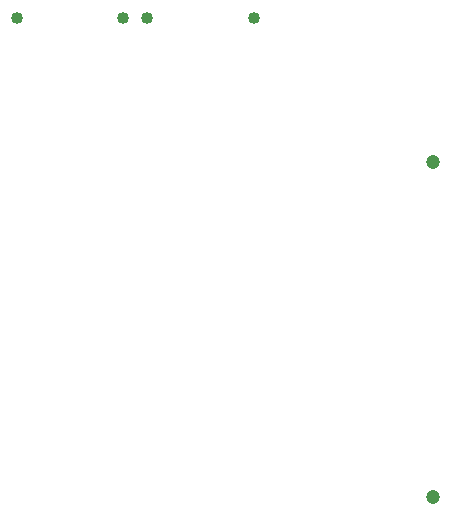
<source format=gbr>
%TF.GenerationSoftware,Altium Limited,Altium Designer,18.1.9 (240)*%
G04 Layer_Color=0*
%FSLAX26Y26*%
%MOIN*%
%TF.FileFunction,NonPlated,1,2,NPTH,Drill*%
%TF.Part,Single*%
G01*
G75*
%TA.AperFunction,ComponentDrill*%
%ADD69C,0.047244*%
%ADD70C,0.040000*%
D69*
X4621024Y3615039D02*
D03*
Y2500039D02*
D03*
D70*
X3587165Y4096063D02*
D03*
X3232835D02*
D03*
X3667835D02*
D03*
X4022165D02*
D03*
%TF.MD5,68bcc7e3e4682a89d4abc39331bd83d1*%
M02*

</source>
